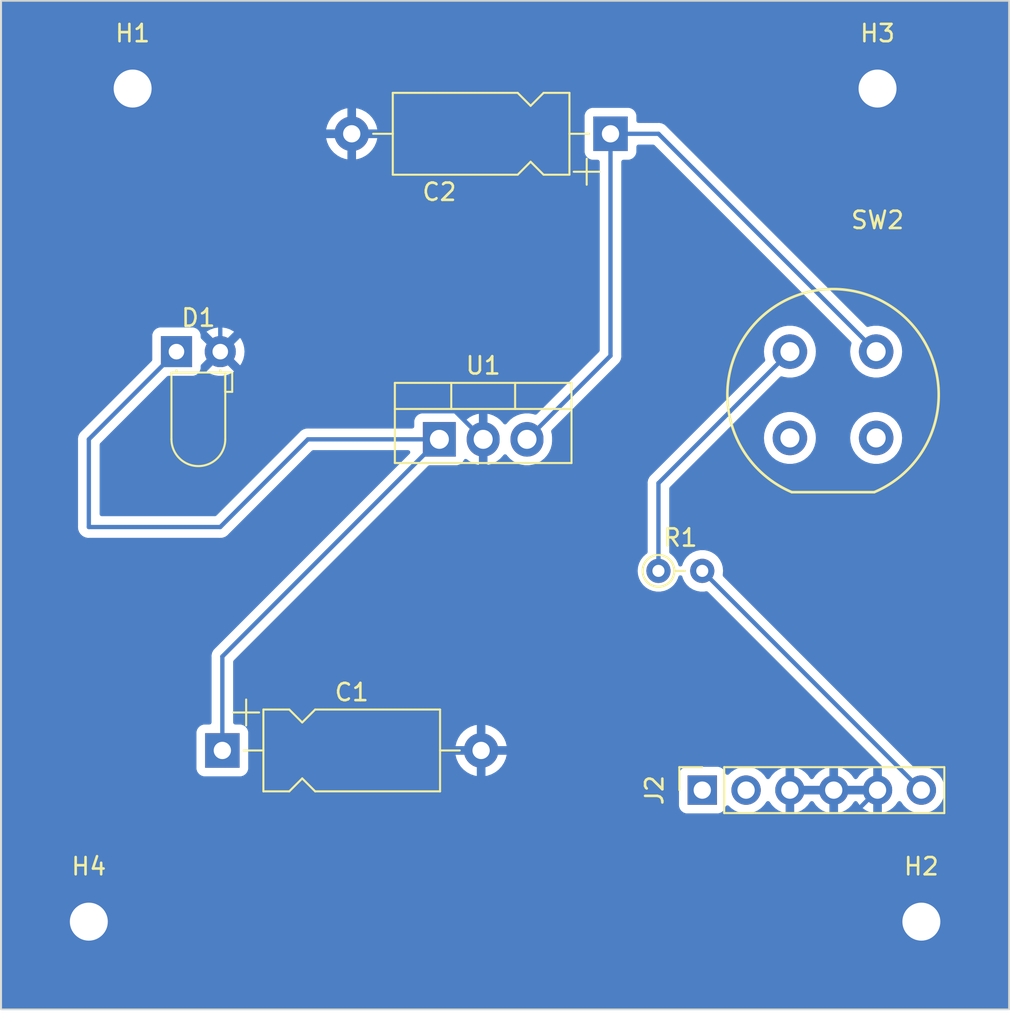
<source format=kicad_pcb>
(kicad_pcb (version 20221018) (generator pcbnew)
  (layers (0 "F.Cu" signal) (31 "B.Cu" signal) (34 "B.Paste" user) (35 "F.Paste" user) (36 "B.SilkS" user "B.Silkscreen") (37 "F.SilkS" user "F.Silkscreen") (38 "B.Mask" user) (39 "F.Mask" user) (44 "Edge.Cuts" user))
  (net 0 "")
  (net 1 "Net-(D1-K)")
  (net 2 "GND")
  (net 3 "+5V")
  (net 4 "/Push-Button Activated LED/Vled")
  (net 5 "/+9v")
  (net 6 "Net-(R1-Pad1)")
  (footprint "MountingHole:MountingHole_2.2mm_M2" (layer "F.Cu") (at 167.64 124.46)
    (fp_text reference "H2" (at 0 -3.2) (layer "F.SilkS"))
    (fp_text value "MountingHole")
    (pad "" np_thru_hole circle (at 0 0) (size 2.2 2.2) (drill 2.2) (layers "*.Cu" "*.Mask"))
  )
  (footprint "Capacitor_THT:CP_Axial_L10.0mm_D4.5mm_P15.00mm_Horizontal" (layer "F.Cu") (at 149.62 78.82 180)
    (fp_text reference "C2" (at 9.92 -3.37) (layer "F.SilkS"))
    (fp_text value "C_Polarized_US")
    (fp_line (start 0.63 -2.2) (end 2.13 -2.2) (stroke (width 0.12)) (layer "F.SilkS"))
    (fp_line (start 1.24 0) (end 2.38 0) (stroke (width 0.12)) (layer "F.SilkS"))
    (fp_line (start 1.38 -2.95) (end 1.38 -1.45) (stroke (width 0.12)) (layer "F.SilkS"))
    (fp_line (start 2.38 -2.37) (end 2.38 2.37) (stroke (width 0.12)) (layer "F.SilkS"))
    (fp_line (start 2.38 -2.37) (end 3.88 -2.37) (stroke (width 0.12)) (layer "F.SilkS"))
    (fp_line (start 2.38 2.37) (end 3.88 2.37) (stroke (width 0.12)) (layer "F.SilkS"))
    (fp_line (start 3.88 -2.37) (end 4.63 -1.62) (stroke (width 0.12)) (layer "F.SilkS"))
    (fp_line (start 3.88 2.37) (end 4.63 1.62) (stroke (width 0.12)) (layer "F.SilkS"))
    (fp_line (start 4.63 -1.62) (end 5.38 -2.37) (stroke (width 0.12)) (layer "F.SilkS"))
    (fp_line (start 4.63 1.62) (end 5.38 2.37) (stroke (width 0.12)) (layer "F.SilkS"))
    (fp_line (start 5.38 -2.37) (end 12.62 -2.37) (stroke (width 0.12)) (layer "F.SilkS"))
    (fp_line (start 5.38 2.37) (end 12.62 2.37) (stroke (width 0.12)) (layer "F.SilkS"))
    (fp_line (start 12.62 -2.37) (end 12.62 2.37) (stroke (width 0.12)) (layer "F.SilkS"))
    (fp_line (start 13.76 0) (end 12.62 0) (stroke (width 0.12)) (layer "F.SilkS"))
    (pad "1" thru_hole rect (at 0 0 180) (size 2 2) (drill 1) (layers "*.Cu" "*.Mask") (net 3 "+5V"))
    (pad "2" thru_hole oval (at 15 0 180) (size 2 2) (drill 1) (layers "*.Cu" "*.Mask") (net 2 "GND"))
  )
  (footprint "Button_Switch_THT:Push_E-Switch_KS01Q01" (layer "F.Cu") (at 160.02 91.44)
    (fp_text reference "SW2" (at 5.08 -7.62 180) (layer "F.SilkS"))
    (fp_text value "SW_Push")
    (fp_line (start 4.89 8.14) (end 0.11 8.14) (stroke (width 0.15)) (layer "F.SilkS"))
    (fp_arc (start 0.11 8.14) (mid 2.496283 -3.625495) (end 4.896843 8.137095) (stroke (width 0.15)) (layer "F.SilkS"))
    (pad "1" thru_hole circle (at 0 0) (size 2 2) (drill 1.1) (layers "*.Cu" "*.Mask") (net 6 "Net-(R1-Pad1)"))
    (pad "2" thru_hole circle (at 5 0) (size 2 2) (drill 1.1) (layers "*.Cu" "*.Mask") (net 3 "+5V"))
    (pad "3" thru_hole circle (at 0 5) (size 2 2) (drill 1.1) (layers "*.Cu" "*.Mask"))
    (pad "4" thru_hole circle (at 5 5) (size 2 2) (drill 1.1) (layers "*.Cu" "*.Mask"))
  )
  (footprint "MountingHole:MountingHole_2.2mm_M2" (layer "F.Cu") (at 121.92 76.2)
    (fp_text reference "H1" (at 0 -3.2) (layer "F.SilkS"))
    (fp_text value "MountingHole")
    (pad "" np_thru_hole circle (at 0 0) (size 2.2 2.2) (drill 2.2) (layers "*.Cu" "*.Mask"))
  )
  (footprint "Capacitor_THT:CP_Axial_L10.0mm_D4.5mm_P15.00mm_Horizontal" (layer "F.Cu") (at 127.12 114.5425)
    (fp_text reference "C1" (at 7.5 -3.37) (layer "F.SilkS"))
    (fp_text value "C_Polarized_US")
    (fp_line (start 0.63 -2.2) (end 2.13 -2.2) (stroke (width 0.12)) (layer "F.SilkS"))
    (fp_line (start 1.24 0) (end 2.38 0) (stroke (width 0.12)) (layer "F.SilkS"))
    (fp_line (start 1.38 -2.95) (end 1.38 -1.45) (stroke (width 0.12)) (layer "F.SilkS"))
    (fp_line (start 2.38 -2.37) (end 2.38 2.37) (stroke (width 0.12)) (layer "F.SilkS"))
    (fp_line (start 2.38 -2.37) (end 3.88 -2.37) (stroke (width 0.12)) (layer "F.SilkS"))
    (fp_line (start 2.38 2.37) (end 3.88 2.37) (stroke (width 0.12)) (layer "F.SilkS"))
    (fp_line (start 3.88 -2.37) (end 4.63 -1.62) (stroke (width 0.12)) (layer "F.SilkS"))
    (fp_line (start 3.88 2.37) (end 4.63 1.62) (stroke (width 0.12)) (layer "F.SilkS"))
    (fp_line (start 4.63 -1.62) (end 5.38 -2.37) (stroke (width 0.12)) (layer "F.SilkS"))
    (fp_line (start 4.63 1.62) (end 5.38 2.37) (stroke (width 0.12)) (layer "F.SilkS"))
    (fp_line (start 5.38 -2.37) (end 12.62 -2.37) (stroke (width 0.12)) (layer "F.SilkS"))
    (fp_line (start 5.38 2.37) (end 12.62 2.37) (stroke (width 0.12)) (layer "F.SilkS"))
    (fp_line (start 12.62 -2.37) (end 12.62 2.37) (stroke (width 0.12)) (layer "F.SilkS"))
    (fp_line (start 13.76 0) (end 12.62 0) (stroke (width 0.12)) (layer "F.SilkS"))
    (pad "1" thru_hole rect (at 0 0) (size 2 2) (drill 1) (layers "*.Cu" "*.Mask") (net 1 "Net-(D1-K)"))
    (pad "2" thru_hole oval (at 15 0) (size 2 2) (drill 1) (layers "*.Cu" "*.Mask") (net 2 "GND"))
  )
  (footprint "MountingHole:MountingHole_2.2mm_M2" (layer "F.Cu") (at 119.38 124.46)
    (fp_text reference "H4" (at 0 -3.2) (layer "F.SilkS"))
    (fp_text value "MountingHole")
    (pad "" np_thru_hole circle (at 0 0) (size 2.2 2.2) (drill 2.2) (layers "*.Cu" "*.Mask"))
  )
  (footprint "Package_TO_SOT_THT:TO-220-3_Vertical" (layer "F.Cu") (at 139.7 96.52)
    (fp_text reference "U1" (at 2.54 -4.27) (layer "F.SilkS"))
    (fp_text value "LM7805_TO220")
    (fp_line (start -2.58 -3.27) (end -2.58 1.371) (stroke (width 0.12)) (layer "F.SilkS"))
    (fp_line (start -2.58 -3.27) (end 7.66 -3.27) (stroke (width 0.12)) (layer "F.SilkS"))
    (fp_line (start -2.58 -1.76) (end 7.66 -1.76) (stroke (width 0.12)) (layer "F.SilkS"))
    (fp_line (start -2.58 1.371) (end 7.66 1.371) (stroke (width 0.12)) (layer "F.SilkS"))
    (fp_line (start 0.69 -3.27) (end 0.69 -1.76) (stroke (width 0.12)) (layer "F.SilkS"))
    (fp_line (start 4.391 -3.27) (end 4.391 -1.76) (stroke (width 0.12)) (layer "F.SilkS"))
    (fp_line (start 7.66 -3.27) (end 7.66 1.371) (stroke (width 0.12)) (layer "F.SilkS"))
    (pad "1" thru_hole rect (at 0 0) (size 1.905 2) (drill 1.1) (layers "*.Cu" "*.Mask") (net 1 "Net-(D1-K)"))
    (pad "2" thru_hole oval (at 2.54 0) (size 1.905 2) (drill 1.1) (layers "*.Cu" "*.Mask") (net 2 "GND"))
    (pad "3" thru_hole oval (at 5.08 0) (size 1.905 2) (drill 1.1) (layers "*.Cu" "*.Mask") (net 3 "+5V"))
  )
  (footprint "LED_THT:LED_D3.0mm_Horizontal_O1.27mm_Z10.0mm" (layer "F.Cu") (at 124.46 91.44)
    (fp_text reference "D1" (at 1.27 -1.96) (layer "F.SilkS"))
    (fp_text value "LED")
    (fp_line (start -0.29 1.21) (end -0.29 5.07) (stroke (width 0.12)) (layer "F.SilkS"))
    (fp_line (start -0.29 1.21) (end 2.83 1.21) (stroke (width 0.12)) (layer "F.SilkS"))
    (fp_line (start 0 1.08) (end 0 1.08) (stroke (width 0.12)) (layer "F.SilkS"))
    (fp_line (start 0 1.08) (end 0 1.21) (stroke (width 0.12)) (layer "F.SilkS"))
    (fp_line (start 0 1.21) (end 0 1.08) (stroke (width 0.12)) (layer "F.SilkS"))
    (fp_line (start 0 1.21) (end 0 1.21) (stroke (width 0.12)) (layer "F.SilkS"))
    (fp_line (start 2.54 1.08) (end 2.54 1.08) (stroke (width 0.12)) (layer "F.SilkS"))
    (fp_line (start 2.54 1.08) (end 2.54 1.21) (stroke (width 0.12)) (layer "F.SilkS"))
    (fp_line (start 2.54 1.21) (end 2.54 1.08) (stroke (width 0.12)) (layer "F.SilkS"))
    (fp_line (start 2.54 1.21) (end 2.54 1.21) (stroke (width 0.12)) (layer "F.SilkS"))
    (fp_line (start 2.83 1.21) (end 2.83 5.07) (stroke (width 0.12)) (layer "F.SilkS"))
    (fp_line (start 2.83 1.21) (end 3.23 1.21) (stroke (width 0.12)) (layer "F.SilkS"))
    (fp_line (start 2.83 2.33) (end 2.83 1.21) (stroke (width 0.12)) (layer "F.SilkS"))
    (fp_line (start 3.23 1.21) (end 3.23 2.33) (stroke (width 0.12)) (layer "F.SilkS"))
    (fp_line (start 3.23 2.33) (end 2.83 2.33) (stroke (width 0.12)) (layer "F.SilkS"))
    (fp_arc (start 2.83 5.07) (mid 1.27 6.63) (end -0.29 5.07) (stroke (width 0.12)) (layer "F.SilkS"))
    (pad "1" thru_hole rect (at 0 0) (size 1.8 1.8) (drill 0.9) (layers "*.Cu" "*.Mask") (net 1 "Net-(D1-K)"))
    (pad "2" thru_hole circle (at 2.54 0) (size 1.8 1.8) (drill 0.9) (layers "*.Cu" "*.Mask") (net 2 "GND"))
  )
  (footprint "Connector_PinSocket_2.54mm:PinSocket_1x06_P2.54mm_Vertical" (layer "F.Cu") (at 154.94 116.84 90)
    (fp_text reference "J2" (at 0 -2.77 90) (layer "F.SilkS"))
    (fp_text value "Conn_01x06_Pin")
    (fp_line (start -1.33 1.27) (end -1.33 14.03) (stroke (width 0.12)) (layer "F.SilkS"))
    (fp_line (start -1.33 1.27) (end 1.33 1.27) (stroke (width 0.12)) (layer "F.SilkS"))
    (fp_line (start -1.33 14.03) (end 1.33 14.03) (stroke (width 0.12)) (layer "F.SilkS"))
    (fp_line (start 0 -1.33) (end 1.33 -1.33) (stroke (width 0.12)) (layer "F.SilkS"))
    (fp_line (start 1.33 -1.33) (end 1.33 0) (stroke (width 0.12)) (layer "F.SilkS"))
    (fp_line (start 1.33 1.27) (end 1.33 14.03) (stroke (width 0.12)) (layer "F.SilkS"))
    (pad "1" thru_hole rect (at 0 0 90) (size 1.7 1.7) (drill 1) (layers "*.Cu" "*.Mask") (net 5 "/+9v"))
    (pad "2" thru_hole oval (at 0 2.54 90) (size 1.7 1.7) (drill 1) (layers "*.Cu" "*.Mask") (net 5 "/+9v"))
    (pad "3" thru_hole oval (at 0 5.08 90) (size 1.7 1.7) (drill 1) (layers "*.Cu" "*.Mask") (net 2 "GND"))
    (pad "4" thru_hole oval (at 0 7.62 90) (size 1.7 1.7) (drill 1) (layers "*.Cu" "*.Mask") (net 2 "GND"))
    (pad "5" thru_hole oval (at 0 10.16 90) (size 1.7 1.7) (drill 1) (layers "*.Cu" "*.Mask") (net 2 "GND"))
    (pad "6" thru_hole oval (at 0 12.7 90) (size 1.7 1.7) (drill 1) (layers "*.Cu" "*.Mask") (net 4 "/Push-Button Activated LED/Vled"))
  )
  (footprint "MountingHole:MountingHole_2.2mm_M2" (layer "F.Cu") (at 165.1 76.2)
    (fp_text reference "H3" (at 0 -3.2) (layer "F.SilkS"))
    (fp_text value "MountingHole")
    (pad "" np_thru_hole circle (at 0 0) (size 2.2 2.2) (drill 2.2) (layers "*.Cu" "*.Mask"))
  )
  (footprint "Resistor_THT:R_Axial_DIN0204_L3.6mm_D1.6mm_P2.54mm_Vertical" (layer "F.Cu") (at 152.4 104.14)
    (fp_text reference "R1" (at 1.27 -1.92) (layer "F.SilkS"))
    (fp_text value "R_US")
    (fp_line (start 0.92 0) (end 1.54 0) (stroke (width 0.12)) (layer "F.SilkS"))
    (fp_circle (center 0 0) (end 0.92 0) (stroke (width 0.12)) (fill none) (layer "F.SilkS"))
    (pad "1" thru_hole circle (at 0 0) (size 1.4 1.4) (drill 0.7) (layers "*.Cu" "*.Mask") (net 6 "Net-(R1-Pad1)"))
    (pad "2" thru_hole oval (at 2.54 0) (size 1.4 1.4) (drill 0.7) (layers "*.Cu" "*.Mask") (net 4 "/Push-Button Activated LED/Vled"))
  )
  (gr_rect (start 114.3 71.12) (end 172.72 129.54) (stroke (width 0.1)) (fill none) (layer "Edge.Cuts"))
  (segment (start 132.08 96.52) (end 127 101.6) (width 0.25) (layer "B.Cu") (net 1))
  (segment (start 139.7 96.52) (end 132.08 96.52) (width 0.25) (layer "B.Cu") (net 1))
  (segment (start 127.12 114.5425) (end 127.12 109.1) (width 0.25) (layer "B.Cu") (net 1))
  (segment (start 119.38 96.52) (end 124.46 91.44) (width 0.25) (layer "B.Cu") (net 1))
  (segment (start 127.12 109.1) (end 139.7 96.52) (width 0.25) (layer "B.Cu") (net 1))
  (segment (start 119.38 101.6) (end 119.38 96.52) (width 0.25) (layer "B.Cu") (net 1))
  (segment (start 127 101.6) (end 119.38 101.6) (width 0.25) (layer "B.Cu") (net 1))
  (segment (start 142.24 114.6625) (end 142.24 119.38) (width 0.25) (layer "B.Cu") (net 2))
  (segment (start 127 78.74) (end 134.54 78.74) (width 0.25) (layer "B.Cu") (net 2))
  (segment (start 142.12 114.5425) (end 142.24 114.6625) (width 0.25) (layer "B.Cu") (net 2))
  (segment (start 162.56 119.38) (end 165.1 116.84) (width 0.25) (layer "B.Cu") (net 2))
  (segment (start 134.62 88.9) (end 134.62 78.82) (width 0.25) (layer "B.Cu") (net 2))
  (segment (start 142.24 96.52) (end 134.62 88.9) (width 0.25) (layer "B.Cu") (net 2))
  (segment (start 142.12 96.64) (end 142.24 96.52) (width 0.25) (layer "B.Cu") (net 2))
  (segment (start 142.24 119.38) (end 162.56 119.38) (width 0.25) (layer "B.Cu") (net 2))
  (segment (start 127 91.44) (end 127 78.74) (width 0.25) (layer "B.Cu") (net 2))
  (segment (start 134.54 78.74) (end 134.62 78.82) (width 0.25) (layer "B.Cu") (net 2))
  (segment (start 142.3625 114.3) (end 142.12 114.5425) (width 0.25) (layer "B.Cu") (net 2))
  (segment (start 142.12 114.5425) (end 142.12 96.64) (width 0.25) (layer "B.Cu") (net 2))
  (segment (start 152.4 78.82) (end 165.02 91.44) (width 0.25) (layer "B.Cu") (net 3))
  (segment (start 149.62 91.68) (end 144.78 96.52) (width 0.25) (layer "B.Cu") (net 3))
  (segment (start 149.62 78.82) (end 149.62 91.68) (width 0.25) (layer "B.Cu") (net 3))
  (segment (start 165.1 91.36) (end 165.02 91.44) (width 0.25) (layer "B.Cu") (net 3))
  (segment (start 149.62 78.82) (end 152.4 78.82) (width 0.25) (layer "B.Cu") (net 3))
  (segment (start 167.64 116.84) (end 154.94 104.14) (width 0.25) (layer "B.Cu") (net 4))
  (segment (start 152.4 99.06) (end 160.02 91.44) (width 0.25) (layer "B.Cu") (net 6))
  (segment (start 152.4 104.14) (end 152.4 99.06) (width 0.25) (layer "B.Cu") (net 6))
  (zone (net 2) (net_name "GND") (layer "B.Cu") (priority 1) (connect_pads (clearance 0.5)) (min_thickness 0.25) (fill yes (thermal_gap 0.5) (thermal_bridge_width 0.5))
    (polygon (pts (xy 114.3 71.12) (xy 114.3 129.54) (xy 172.72 129.54) (xy 172.72 71.12)))
  )
)
</source>
